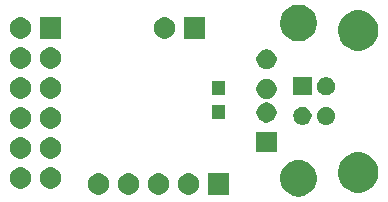
<source format=gbr>
%TF.GenerationSoftware,KiCad,Pcbnew,5.1.6-c6e7f7d~86~ubuntu18.04.1*%
%TF.CreationDate,2021-07-01T18:37:21-07:00*%
%TF.ProjectId,usb_combo_pmod,7573625f-636f-46d6-926f-5f706d6f642e,rev?*%
%TF.SameCoordinates,Original*%
%TF.FileFunction,Soldermask,Bot*%
%TF.FilePolarity,Negative*%
%FSLAX46Y46*%
G04 Gerber Fmt 4.6, Leading zero omitted, Abs format (unit mm)*
G04 Created by KiCad (PCBNEW 5.1.6-c6e7f7d~86~ubuntu18.04.1) date 2021-07-01 18:37:21*
%MOMM*%
%LPD*%
G01*
G04 APERTURE LIST*
%ADD10C,0.100000*%
G04 APERTURE END LIST*
D10*
G36*
X122900585Y-82320802D02*
G01*
X123050410Y-82350604D01*
X123332674Y-82467521D01*
X123586705Y-82637259D01*
X123802741Y-82853295D01*
X123972479Y-83107326D01*
X124089396Y-83389590D01*
X124149000Y-83689240D01*
X124149000Y-83994760D01*
X124089396Y-84294410D01*
X123972479Y-84576674D01*
X123802741Y-84830705D01*
X123586705Y-85046741D01*
X123332674Y-85216479D01*
X123050410Y-85333396D01*
X122900585Y-85363198D01*
X122750761Y-85393000D01*
X122445239Y-85393000D01*
X122295415Y-85363198D01*
X122145590Y-85333396D01*
X121863326Y-85216479D01*
X121609295Y-85046741D01*
X121393259Y-84830705D01*
X121223521Y-84576674D01*
X121106604Y-84294410D01*
X121047000Y-83994760D01*
X121047000Y-83689240D01*
X121106604Y-83389590D01*
X121223521Y-83107326D01*
X121393259Y-82853295D01*
X121609295Y-82637259D01*
X121863326Y-82467521D01*
X122145590Y-82350604D01*
X122295415Y-82320802D01*
X122445239Y-82291000D01*
X122750761Y-82291000D01*
X122900585Y-82320802D01*
G37*
G36*
X116725000Y-85229000D02*
G01*
X114923000Y-85229000D01*
X114923000Y-83427000D01*
X116725000Y-83427000D01*
X116725000Y-85229000D01*
G37*
G36*
X105777512Y-83431927D02*
G01*
X105926812Y-83461624D01*
X106090784Y-83529544D01*
X106238354Y-83628147D01*
X106363853Y-83753646D01*
X106462456Y-83901216D01*
X106530376Y-84065188D01*
X106565000Y-84239259D01*
X106565000Y-84416741D01*
X106530376Y-84590812D01*
X106462456Y-84754784D01*
X106363853Y-84902354D01*
X106238354Y-85027853D01*
X106090784Y-85126456D01*
X105926812Y-85194376D01*
X105777512Y-85224073D01*
X105752742Y-85229000D01*
X105575258Y-85229000D01*
X105550488Y-85224073D01*
X105401188Y-85194376D01*
X105237216Y-85126456D01*
X105089646Y-85027853D01*
X104964147Y-84902354D01*
X104865544Y-84754784D01*
X104797624Y-84590812D01*
X104763000Y-84416741D01*
X104763000Y-84239259D01*
X104797624Y-84065188D01*
X104865544Y-83901216D01*
X104964147Y-83753646D01*
X105089646Y-83628147D01*
X105237216Y-83529544D01*
X105401188Y-83461624D01*
X105550488Y-83431927D01*
X105575258Y-83427000D01*
X105752742Y-83427000D01*
X105777512Y-83431927D01*
G37*
G36*
X108317512Y-83431927D02*
G01*
X108466812Y-83461624D01*
X108630784Y-83529544D01*
X108778354Y-83628147D01*
X108903853Y-83753646D01*
X109002456Y-83901216D01*
X109070376Y-84065188D01*
X109105000Y-84239259D01*
X109105000Y-84416741D01*
X109070376Y-84590812D01*
X109002456Y-84754784D01*
X108903853Y-84902354D01*
X108778354Y-85027853D01*
X108630784Y-85126456D01*
X108466812Y-85194376D01*
X108317512Y-85224073D01*
X108292742Y-85229000D01*
X108115258Y-85229000D01*
X108090488Y-85224073D01*
X107941188Y-85194376D01*
X107777216Y-85126456D01*
X107629646Y-85027853D01*
X107504147Y-84902354D01*
X107405544Y-84754784D01*
X107337624Y-84590812D01*
X107303000Y-84416741D01*
X107303000Y-84239259D01*
X107337624Y-84065188D01*
X107405544Y-83901216D01*
X107504147Y-83753646D01*
X107629646Y-83628147D01*
X107777216Y-83529544D01*
X107941188Y-83461624D01*
X108090488Y-83431927D01*
X108115258Y-83427000D01*
X108292742Y-83427000D01*
X108317512Y-83431927D01*
G37*
G36*
X110857512Y-83431927D02*
G01*
X111006812Y-83461624D01*
X111170784Y-83529544D01*
X111318354Y-83628147D01*
X111443853Y-83753646D01*
X111542456Y-83901216D01*
X111610376Y-84065188D01*
X111645000Y-84239259D01*
X111645000Y-84416741D01*
X111610376Y-84590812D01*
X111542456Y-84754784D01*
X111443853Y-84902354D01*
X111318354Y-85027853D01*
X111170784Y-85126456D01*
X111006812Y-85194376D01*
X110857512Y-85224073D01*
X110832742Y-85229000D01*
X110655258Y-85229000D01*
X110630488Y-85224073D01*
X110481188Y-85194376D01*
X110317216Y-85126456D01*
X110169646Y-85027853D01*
X110044147Y-84902354D01*
X109945544Y-84754784D01*
X109877624Y-84590812D01*
X109843000Y-84416741D01*
X109843000Y-84239259D01*
X109877624Y-84065188D01*
X109945544Y-83901216D01*
X110044147Y-83753646D01*
X110169646Y-83628147D01*
X110317216Y-83529544D01*
X110481188Y-83461624D01*
X110630488Y-83431927D01*
X110655258Y-83427000D01*
X110832742Y-83427000D01*
X110857512Y-83431927D01*
G37*
G36*
X113397512Y-83431927D02*
G01*
X113546812Y-83461624D01*
X113710784Y-83529544D01*
X113858354Y-83628147D01*
X113983853Y-83753646D01*
X114082456Y-83901216D01*
X114150376Y-84065188D01*
X114185000Y-84239259D01*
X114185000Y-84416741D01*
X114150376Y-84590812D01*
X114082456Y-84754784D01*
X113983853Y-84902354D01*
X113858354Y-85027853D01*
X113710784Y-85126456D01*
X113546812Y-85194376D01*
X113397512Y-85224073D01*
X113372742Y-85229000D01*
X113195258Y-85229000D01*
X113170488Y-85224073D01*
X113021188Y-85194376D01*
X112857216Y-85126456D01*
X112709646Y-85027853D01*
X112584147Y-84902354D01*
X112485544Y-84754784D01*
X112417624Y-84590812D01*
X112383000Y-84416741D01*
X112383000Y-84239259D01*
X112417624Y-84065188D01*
X112485544Y-83901216D01*
X112584147Y-83753646D01*
X112709646Y-83628147D01*
X112857216Y-83529544D01*
X113021188Y-83461624D01*
X113170488Y-83431927D01*
X113195258Y-83427000D01*
X113372742Y-83427000D01*
X113397512Y-83431927D01*
G37*
G36*
X128144496Y-81719675D02*
G01*
X128455513Y-81848503D01*
X128455515Y-81848504D01*
X128735424Y-82035533D01*
X128973467Y-82273576D01*
X129160496Y-82553485D01*
X129160497Y-82553487D01*
X129289325Y-82864504D01*
X129355000Y-83194677D01*
X129355000Y-83531323D01*
X129289325Y-83861496D01*
X129160497Y-84172513D01*
X129160496Y-84172515D01*
X128973467Y-84452424D01*
X128735424Y-84690467D01*
X128455515Y-84877496D01*
X128455514Y-84877497D01*
X128455513Y-84877497D01*
X128144496Y-85006325D01*
X127814323Y-85072000D01*
X127477677Y-85072000D01*
X127147504Y-85006325D01*
X126836487Y-84877497D01*
X126836486Y-84877497D01*
X126836485Y-84877496D01*
X126556576Y-84690467D01*
X126318533Y-84452424D01*
X126131504Y-84172515D01*
X126131503Y-84172513D01*
X126002675Y-83861496D01*
X125937000Y-83531323D01*
X125937000Y-83194677D01*
X126002675Y-82864504D01*
X126131503Y-82553487D01*
X126131504Y-82553485D01*
X126318533Y-82273576D01*
X126556576Y-82035533D01*
X126836485Y-81848504D01*
X126836487Y-81848503D01*
X127147504Y-81719675D01*
X127477677Y-81654000D01*
X127814323Y-81654000D01*
X128144496Y-81719675D01*
G37*
G36*
X99173512Y-82923927D02*
G01*
X99322812Y-82953624D01*
X99486784Y-83021544D01*
X99634354Y-83120147D01*
X99759853Y-83245646D01*
X99858456Y-83393216D01*
X99926376Y-83557188D01*
X99961000Y-83731259D01*
X99961000Y-83908741D01*
X99926376Y-84082812D01*
X99858456Y-84246784D01*
X99759853Y-84394354D01*
X99634354Y-84519853D01*
X99486784Y-84618456D01*
X99322812Y-84686376D01*
X99173512Y-84716073D01*
X99148742Y-84721000D01*
X98971258Y-84721000D01*
X98946488Y-84716073D01*
X98797188Y-84686376D01*
X98633216Y-84618456D01*
X98485646Y-84519853D01*
X98360147Y-84394354D01*
X98261544Y-84246784D01*
X98193624Y-84082812D01*
X98159000Y-83908741D01*
X98159000Y-83731259D01*
X98193624Y-83557188D01*
X98261544Y-83393216D01*
X98360147Y-83245646D01*
X98485646Y-83120147D01*
X98633216Y-83021544D01*
X98797188Y-82953624D01*
X98946488Y-82923927D01*
X98971258Y-82919000D01*
X99148742Y-82919000D01*
X99173512Y-82923927D01*
G37*
G36*
X101713512Y-82923927D02*
G01*
X101862812Y-82953624D01*
X102026784Y-83021544D01*
X102174354Y-83120147D01*
X102299853Y-83245646D01*
X102398456Y-83393216D01*
X102466376Y-83557188D01*
X102501000Y-83731259D01*
X102501000Y-83908741D01*
X102466376Y-84082812D01*
X102398456Y-84246784D01*
X102299853Y-84394354D01*
X102174354Y-84519853D01*
X102026784Y-84618456D01*
X101862812Y-84686376D01*
X101713512Y-84716073D01*
X101688742Y-84721000D01*
X101511258Y-84721000D01*
X101486488Y-84716073D01*
X101337188Y-84686376D01*
X101173216Y-84618456D01*
X101025646Y-84519853D01*
X100900147Y-84394354D01*
X100801544Y-84246784D01*
X100733624Y-84082812D01*
X100699000Y-83908741D01*
X100699000Y-83731259D01*
X100733624Y-83557188D01*
X100801544Y-83393216D01*
X100900147Y-83245646D01*
X101025646Y-83120147D01*
X101173216Y-83021544D01*
X101337188Y-82953624D01*
X101486488Y-82923927D01*
X101511258Y-82919000D01*
X101688742Y-82919000D01*
X101713512Y-82923927D01*
G37*
G36*
X99173512Y-80383927D02*
G01*
X99322812Y-80413624D01*
X99486784Y-80481544D01*
X99634354Y-80580147D01*
X99759853Y-80705646D01*
X99858456Y-80853216D01*
X99926376Y-81017188D01*
X99961000Y-81191259D01*
X99961000Y-81368741D01*
X99926376Y-81542812D01*
X99858456Y-81706784D01*
X99759853Y-81854354D01*
X99634354Y-81979853D01*
X99486784Y-82078456D01*
X99322812Y-82146376D01*
X99173512Y-82176073D01*
X99148742Y-82181000D01*
X98971258Y-82181000D01*
X98946488Y-82176073D01*
X98797188Y-82146376D01*
X98633216Y-82078456D01*
X98485646Y-81979853D01*
X98360147Y-81854354D01*
X98261544Y-81706784D01*
X98193624Y-81542812D01*
X98159000Y-81368741D01*
X98159000Y-81191259D01*
X98193624Y-81017188D01*
X98261544Y-80853216D01*
X98360147Y-80705646D01*
X98485646Y-80580147D01*
X98633216Y-80481544D01*
X98797188Y-80413624D01*
X98946488Y-80383927D01*
X98971258Y-80379000D01*
X99148742Y-80379000D01*
X99173512Y-80383927D01*
G37*
G36*
X101713512Y-80383927D02*
G01*
X101862812Y-80413624D01*
X102026784Y-80481544D01*
X102174354Y-80580147D01*
X102299853Y-80705646D01*
X102398456Y-80853216D01*
X102466376Y-81017188D01*
X102501000Y-81191259D01*
X102501000Y-81368741D01*
X102466376Y-81542812D01*
X102398456Y-81706784D01*
X102299853Y-81854354D01*
X102174354Y-81979853D01*
X102026784Y-82078456D01*
X101862812Y-82146376D01*
X101713512Y-82176073D01*
X101688742Y-82181000D01*
X101511258Y-82181000D01*
X101486488Y-82176073D01*
X101337188Y-82146376D01*
X101173216Y-82078456D01*
X101025646Y-81979853D01*
X100900147Y-81854354D01*
X100801544Y-81706784D01*
X100733624Y-81542812D01*
X100699000Y-81368741D01*
X100699000Y-81191259D01*
X100733624Y-81017188D01*
X100801544Y-80853216D01*
X100900147Y-80705646D01*
X101025646Y-80580147D01*
X101173216Y-80481544D01*
X101337188Y-80413624D01*
X101486488Y-80383927D01*
X101511258Y-80379000D01*
X101688742Y-80379000D01*
X101713512Y-80383927D01*
G37*
G36*
X120739000Y-81623000D02*
G01*
X119037000Y-81623000D01*
X119037000Y-79921000D01*
X120739000Y-79921000D01*
X120739000Y-81623000D01*
G37*
G36*
X101713512Y-77843927D02*
G01*
X101862812Y-77873624D01*
X102026784Y-77941544D01*
X102174354Y-78040147D01*
X102299853Y-78165646D01*
X102398456Y-78313216D01*
X102466376Y-78477188D01*
X102501000Y-78651259D01*
X102501000Y-78828741D01*
X102466376Y-79002812D01*
X102398456Y-79166784D01*
X102299853Y-79314354D01*
X102174354Y-79439853D01*
X102026784Y-79538456D01*
X101862812Y-79606376D01*
X101713512Y-79636073D01*
X101688742Y-79641000D01*
X101511258Y-79641000D01*
X101486488Y-79636073D01*
X101337188Y-79606376D01*
X101173216Y-79538456D01*
X101025646Y-79439853D01*
X100900147Y-79314354D01*
X100801544Y-79166784D01*
X100733624Y-79002812D01*
X100699000Y-78828741D01*
X100699000Y-78651259D01*
X100733624Y-78477188D01*
X100801544Y-78313216D01*
X100900147Y-78165646D01*
X101025646Y-78040147D01*
X101173216Y-77941544D01*
X101337188Y-77873624D01*
X101486488Y-77843927D01*
X101511258Y-77839000D01*
X101688742Y-77839000D01*
X101713512Y-77843927D01*
G37*
G36*
X99173512Y-77843927D02*
G01*
X99322812Y-77873624D01*
X99486784Y-77941544D01*
X99634354Y-78040147D01*
X99759853Y-78165646D01*
X99858456Y-78313216D01*
X99926376Y-78477188D01*
X99961000Y-78651259D01*
X99961000Y-78828741D01*
X99926376Y-79002812D01*
X99858456Y-79166784D01*
X99759853Y-79314354D01*
X99634354Y-79439853D01*
X99486784Y-79538456D01*
X99322812Y-79606376D01*
X99173512Y-79636073D01*
X99148742Y-79641000D01*
X98971258Y-79641000D01*
X98946488Y-79636073D01*
X98797188Y-79606376D01*
X98633216Y-79538456D01*
X98485646Y-79439853D01*
X98360147Y-79314354D01*
X98261544Y-79166784D01*
X98193624Y-79002812D01*
X98159000Y-78828741D01*
X98159000Y-78651259D01*
X98193624Y-78477188D01*
X98261544Y-78313216D01*
X98360147Y-78165646D01*
X98485646Y-78040147D01*
X98633216Y-77941544D01*
X98797188Y-77873624D01*
X98946488Y-77843927D01*
X98971258Y-77839000D01*
X99148742Y-77839000D01*
X99173512Y-77843927D01*
G37*
G36*
X125085244Y-77802699D02*
G01*
X125159142Y-77817398D01*
X125298364Y-77875065D01*
X125423659Y-77958785D01*
X125530215Y-78065341D01*
X125613935Y-78190636D01*
X125671602Y-78329858D01*
X125671602Y-78329859D01*
X125701000Y-78477653D01*
X125701000Y-78628347D01*
X125691701Y-78675097D01*
X125671602Y-78776142D01*
X125613935Y-78915364D01*
X125530215Y-79040659D01*
X125423659Y-79147215D01*
X125298364Y-79230935D01*
X125159142Y-79288602D01*
X125085244Y-79303301D01*
X125011347Y-79318000D01*
X124860653Y-79318000D01*
X124786756Y-79303301D01*
X124712858Y-79288602D01*
X124573636Y-79230935D01*
X124448341Y-79147215D01*
X124341785Y-79040659D01*
X124258065Y-78915364D01*
X124200398Y-78776142D01*
X124180299Y-78675097D01*
X124171000Y-78628347D01*
X124171000Y-78477653D01*
X124200398Y-78329859D01*
X124200398Y-78329858D01*
X124258065Y-78190636D01*
X124341785Y-78065341D01*
X124448341Y-77958785D01*
X124573636Y-77875065D01*
X124712858Y-77817398D01*
X124786756Y-77802699D01*
X124860653Y-77788000D01*
X125011347Y-77788000D01*
X125085244Y-77802699D01*
G37*
G36*
X123085244Y-77802699D02*
G01*
X123159142Y-77817398D01*
X123298364Y-77875065D01*
X123423659Y-77958785D01*
X123530215Y-78065341D01*
X123613935Y-78190636D01*
X123671602Y-78329858D01*
X123671602Y-78329859D01*
X123701000Y-78477653D01*
X123701000Y-78628347D01*
X123691701Y-78675097D01*
X123671602Y-78776142D01*
X123613935Y-78915364D01*
X123530215Y-79040659D01*
X123423659Y-79147215D01*
X123298364Y-79230935D01*
X123159142Y-79288602D01*
X123085244Y-79303301D01*
X123011347Y-79318000D01*
X122860653Y-79318000D01*
X122786756Y-79303301D01*
X122712858Y-79288602D01*
X122573636Y-79230935D01*
X122448341Y-79147215D01*
X122341785Y-79040659D01*
X122258065Y-78915364D01*
X122200398Y-78776142D01*
X122180299Y-78675097D01*
X122171000Y-78628347D01*
X122171000Y-78477653D01*
X122200398Y-78329859D01*
X122200398Y-78329858D01*
X122258065Y-78190636D01*
X122341785Y-78065341D01*
X122448341Y-77958785D01*
X122573636Y-77875065D01*
X122712858Y-77817398D01*
X122786756Y-77802699D01*
X122860653Y-77788000D01*
X123011347Y-77788000D01*
X123085244Y-77802699D01*
G37*
G36*
X120136228Y-77453703D02*
G01*
X120291100Y-77517853D01*
X120430481Y-77610985D01*
X120549015Y-77729519D01*
X120642147Y-77868900D01*
X120706297Y-78023772D01*
X120739000Y-78188184D01*
X120739000Y-78355816D01*
X120706297Y-78520228D01*
X120642147Y-78675100D01*
X120549015Y-78814481D01*
X120430481Y-78933015D01*
X120291100Y-79026147D01*
X120136228Y-79090297D01*
X119971816Y-79123000D01*
X119804184Y-79123000D01*
X119639772Y-79090297D01*
X119484900Y-79026147D01*
X119345519Y-78933015D01*
X119226985Y-78814481D01*
X119133853Y-78675100D01*
X119069703Y-78520228D01*
X119037000Y-78355816D01*
X119037000Y-78188184D01*
X119069703Y-78023772D01*
X119133853Y-77868900D01*
X119226985Y-77729519D01*
X119345519Y-77610985D01*
X119484900Y-77517853D01*
X119639772Y-77453703D01*
X119804184Y-77421000D01*
X119971816Y-77421000D01*
X120136228Y-77453703D01*
G37*
G36*
X116375000Y-78783000D02*
G01*
X115273000Y-78783000D01*
X115273000Y-77681000D01*
X116375000Y-77681000D01*
X116375000Y-78783000D01*
G37*
G36*
X120136228Y-75453703D02*
G01*
X120291100Y-75517853D01*
X120430481Y-75610985D01*
X120549015Y-75729519D01*
X120642147Y-75868900D01*
X120706297Y-76023772D01*
X120739000Y-76188184D01*
X120739000Y-76355816D01*
X120706297Y-76520228D01*
X120642147Y-76675100D01*
X120549015Y-76814481D01*
X120430481Y-76933015D01*
X120291100Y-77026147D01*
X120136228Y-77090297D01*
X119971816Y-77123000D01*
X119804184Y-77123000D01*
X119639772Y-77090297D01*
X119484900Y-77026147D01*
X119345519Y-76933015D01*
X119226985Y-76814481D01*
X119133853Y-76675100D01*
X119069703Y-76520228D01*
X119037000Y-76355816D01*
X119037000Y-76188184D01*
X119069703Y-76023772D01*
X119133853Y-75868900D01*
X119226985Y-75729519D01*
X119345519Y-75610985D01*
X119484900Y-75517853D01*
X119639772Y-75453703D01*
X119804184Y-75421000D01*
X119971816Y-75421000D01*
X120136228Y-75453703D01*
G37*
G36*
X99173512Y-75303927D02*
G01*
X99322812Y-75333624D01*
X99486784Y-75401544D01*
X99634354Y-75500147D01*
X99759853Y-75625646D01*
X99858456Y-75773216D01*
X99926376Y-75937188D01*
X99961000Y-76111259D01*
X99961000Y-76288741D01*
X99926376Y-76462812D01*
X99858456Y-76626784D01*
X99759853Y-76774354D01*
X99634354Y-76899853D01*
X99486784Y-76998456D01*
X99322812Y-77066376D01*
X99173512Y-77096073D01*
X99148742Y-77101000D01*
X98971258Y-77101000D01*
X98946488Y-77096073D01*
X98797188Y-77066376D01*
X98633216Y-76998456D01*
X98485646Y-76899853D01*
X98360147Y-76774354D01*
X98261544Y-76626784D01*
X98193624Y-76462812D01*
X98159000Y-76288741D01*
X98159000Y-76111259D01*
X98193624Y-75937188D01*
X98261544Y-75773216D01*
X98360147Y-75625646D01*
X98485646Y-75500147D01*
X98633216Y-75401544D01*
X98797188Y-75333624D01*
X98946488Y-75303927D01*
X98971258Y-75299000D01*
X99148742Y-75299000D01*
X99173512Y-75303927D01*
G37*
G36*
X101713512Y-75303927D02*
G01*
X101862812Y-75333624D01*
X102026784Y-75401544D01*
X102174354Y-75500147D01*
X102299853Y-75625646D01*
X102398456Y-75773216D01*
X102466376Y-75937188D01*
X102501000Y-76111259D01*
X102501000Y-76288741D01*
X102466376Y-76462812D01*
X102398456Y-76626784D01*
X102299853Y-76774354D01*
X102174354Y-76899853D01*
X102026784Y-76998456D01*
X101862812Y-77066376D01*
X101713512Y-77096073D01*
X101688742Y-77101000D01*
X101511258Y-77101000D01*
X101486488Y-77096073D01*
X101337188Y-77066376D01*
X101173216Y-76998456D01*
X101025646Y-76899853D01*
X100900147Y-76774354D01*
X100801544Y-76626784D01*
X100733624Y-76462812D01*
X100699000Y-76288741D01*
X100699000Y-76111259D01*
X100733624Y-75937188D01*
X100801544Y-75773216D01*
X100900147Y-75625646D01*
X101025646Y-75500147D01*
X101173216Y-75401544D01*
X101337188Y-75333624D01*
X101486488Y-75303927D01*
X101511258Y-75299000D01*
X101688742Y-75299000D01*
X101713512Y-75303927D01*
G37*
G36*
X125066648Y-75299000D02*
G01*
X125159142Y-75317398D01*
X125298364Y-75375065D01*
X125423659Y-75458785D01*
X125530215Y-75565341D01*
X125613935Y-75690636D01*
X125671602Y-75829858D01*
X125671602Y-75829859D01*
X125701000Y-75977653D01*
X125701000Y-76128347D01*
X125686301Y-76202244D01*
X125671602Y-76276142D01*
X125613935Y-76415364D01*
X125530215Y-76540659D01*
X125423659Y-76647215D01*
X125298364Y-76730935D01*
X125159142Y-76788602D01*
X125085244Y-76803301D01*
X125011347Y-76818000D01*
X124860653Y-76818000D01*
X124786756Y-76803301D01*
X124712858Y-76788602D01*
X124573636Y-76730935D01*
X124448341Y-76647215D01*
X124341785Y-76540659D01*
X124258065Y-76415364D01*
X124200398Y-76276142D01*
X124185699Y-76202244D01*
X124171000Y-76128347D01*
X124171000Y-75977653D01*
X124200398Y-75829859D01*
X124200398Y-75829858D01*
X124258065Y-75690636D01*
X124341785Y-75565341D01*
X124448341Y-75458785D01*
X124573636Y-75375065D01*
X124712858Y-75317398D01*
X124805352Y-75299000D01*
X124860653Y-75288000D01*
X125011347Y-75288000D01*
X125066648Y-75299000D01*
G37*
G36*
X123701000Y-76818000D02*
G01*
X122171000Y-76818000D01*
X122171000Y-75288000D01*
X123701000Y-75288000D01*
X123701000Y-76818000D01*
G37*
G36*
X116375000Y-76751000D02*
G01*
X115273000Y-76751000D01*
X115273000Y-75649000D01*
X116375000Y-75649000D01*
X116375000Y-76751000D01*
G37*
G36*
X120136228Y-72953703D02*
G01*
X120291100Y-73017853D01*
X120430481Y-73110985D01*
X120549015Y-73229519D01*
X120642147Y-73368900D01*
X120706297Y-73523772D01*
X120739000Y-73688184D01*
X120739000Y-73855816D01*
X120706297Y-74020228D01*
X120642147Y-74175100D01*
X120549015Y-74314481D01*
X120430481Y-74433015D01*
X120291100Y-74526147D01*
X120136228Y-74590297D01*
X119971816Y-74623000D01*
X119804184Y-74623000D01*
X119639772Y-74590297D01*
X119484900Y-74526147D01*
X119345519Y-74433015D01*
X119226985Y-74314481D01*
X119133853Y-74175100D01*
X119069703Y-74020228D01*
X119037000Y-73855816D01*
X119037000Y-73688184D01*
X119069703Y-73523772D01*
X119133853Y-73368900D01*
X119226985Y-73229519D01*
X119345519Y-73110985D01*
X119484900Y-73017853D01*
X119639772Y-72953703D01*
X119804184Y-72921000D01*
X119971816Y-72921000D01*
X120136228Y-72953703D01*
G37*
G36*
X101713512Y-72763927D02*
G01*
X101862812Y-72793624D01*
X102026784Y-72861544D01*
X102174354Y-72960147D01*
X102299853Y-73085646D01*
X102398456Y-73233216D01*
X102466376Y-73397188D01*
X102501000Y-73571259D01*
X102501000Y-73748741D01*
X102466376Y-73922812D01*
X102398456Y-74086784D01*
X102299853Y-74234354D01*
X102174354Y-74359853D01*
X102026784Y-74458456D01*
X101862812Y-74526376D01*
X101713512Y-74556073D01*
X101688742Y-74561000D01*
X101511258Y-74561000D01*
X101486488Y-74556073D01*
X101337188Y-74526376D01*
X101173216Y-74458456D01*
X101025646Y-74359853D01*
X100900147Y-74234354D01*
X100801544Y-74086784D01*
X100733624Y-73922812D01*
X100699000Y-73748741D01*
X100699000Y-73571259D01*
X100733624Y-73397188D01*
X100801544Y-73233216D01*
X100900147Y-73085646D01*
X101025646Y-72960147D01*
X101173216Y-72861544D01*
X101337188Y-72793624D01*
X101486488Y-72763927D01*
X101511258Y-72759000D01*
X101688742Y-72759000D01*
X101713512Y-72763927D01*
G37*
G36*
X99173512Y-72763927D02*
G01*
X99322812Y-72793624D01*
X99486784Y-72861544D01*
X99634354Y-72960147D01*
X99759853Y-73085646D01*
X99858456Y-73233216D01*
X99926376Y-73397188D01*
X99961000Y-73571259D01*
X99961000Y-73748741D01*
X99926376Y-73922812D01*
X99858456Y-74086784D01*
X99759853Y-74234354D01*
X99634354Y-74359853D01*
X99486784Y-74458456D01*
X99322812Y-74526376D01*
X99173512Y-74556073D01*
X99148742Y-74561000D01*
X98971258Y-74561000D01*
X98946488Y-74556073D01*
X98797188Y-74526376D01*
X98633216Y-74458456D01*
X98485646Y-74359853D01*
X98360147Y-74234354D01*
X98261544Y-74086784D01*
X98193624Y-73922812D01*
X98159000Y-73748741D01*
X98159000Y-73571259D01*
X98193624Y-73397188D01*
X98261544Y-73233216D01*
X98360147Y-73085646D01*
X98485646Y-72960147D01*
X98633216Y-72861544D01*
X98797188Y-72793624D01*
X98946488Y-72763927D01*
X98971258Y-72759000D01*
X99148742Y-72759000D01*
X99173512Y-72763927D01*
G37*
G36*
X128144496Y-69679675D02*
G01*
X128455513Y-69808503D01*
X128455515Y-69808504D01*
X128735424Y-69995533D01*
X128973467Y-70233576D01*
X129098130Y-70420148D01*
X129160497Y-70513487D01*
X129289325Y-70824504D01*
X129355000Y-71154677D01*
X129355000Y-71491323D01*
X129289325Y-71821496D01*
X129221029Y-71986376D01*
X129160496Y-72132515D01*
X128973467Y-72412424D01*
X128735424Y-72650467D01*
X128455515Y-72837496D01*
X128455514Y-72837497D01*
X128455513Y-72837497D01*
X128144496Y-72966325D01*
X127814323Y-73032000D01*
X127477677Y-73032000D01*
X127147504Y-72966325D01*
X126836487Y-72837497D01*
X126836486Y-72837497D01*
X126836485Y-72837496D01*
X126556576Y-72650467D01*
X126318533Y-72412424D01*
X126131504Y-72132515D01*
X126070971Y-71986376D01*
X126002675Y-71821496D01*
X125937000Y-71491323D01*
X125937000Y-71154677D01*
X126002675Y-70824504D01*
X126131503Y-70513487D01*
X126193870Y-70420148D01*
X126318533Y-70233576D01*
X126556576Y-69995533D01*
X126836485Y-69808504D01*
X126836487Y-69808503D01*
X127147504Y-69679675D01*
X127477677Y-69614000D01*
X127814323Y-69614000D01*
X128144496Y-69679675D01*
G37*
G36*
X122900585Y-69180802D02*
G01*
X123050410Y-69210604D01*
X123332674Y-69327521D01*
X123586705Y-69497259D01*
X123802741Y-69713295D01*
X123972479Y-69967326D01*
X124089396Y-70249590D01*
X124119198Y-70399415D01*
X124148286Y-70545647D01*
X124149000Y-70549240D01*
X124149000Y-70854760D01*
X124089396Y-71154410D01*
X123972479Y-71436674D01*
X123802741Y-71690705D01*
X123586705Y-71906741D01*
X123332674Y-72076479D01*
X123050410Y-72193396D01*
X122900585Y-72223198D01*
X122750761Y-72253000D01*
X122445239Y-72253000D01*
X122295415Y-72223198D01*
X122145590Y-72193396D01*
X121863326Y-72076479D01*
X121609295Y-71906741D01*
X121393259Y-71690705D01*
X121223521Y-71436674D01*
X121106604Y-71154410D01*
X121047000Y-70854760D01*
X121047000Y-70549240D01*
X121047715Y-70545647D01*
X121076802Y-70399415D01*
X121106604Y-70249590D01*
X121223521Y-69967326D01*
X121393259Y-69713295D01*
X121609295Y-69497259D01*
X121863326Y-69327521D01*
X122145590Y-69210604D01*
X122295415Y-69180802D01*
X122445239Y-69151000D01*
X122750761Y-69151000D01*
X122900585Y-69180802D01*
G37*
G36*
X99173512Y-70223927D02*
G01*
X99322812Y-70253624D01*
X99486784Y-70321544D01*
X99634354Y-70420147D01*
X99759853Y-70545646D01*
X99858456Y-70693216D01*
X99926376Y-70857188D01*
X99961000Y-71031259D01*
X99961000Y-71208741D01*
X99926376Y-71382812D01*
X99858456Y-71546784D01*
X99759853Y-71694354D01*
X99634354Y-71819853D01*
X99486784Y-71918456D01*
X99322812Y-71986376D01*
X99173512Y-72016073D01*
X99148742Y-72021000D01*
X98971258Y-72021000D01*
X98946488Y-72016073D01*
X98797188Y-71986376D01*
X98633216Y-71918456D01*
X98485646Y-71819853D01*
X98360147Y-71694354D01*
X98261544Y-71546784D01*
X98193624Y-71382812D01*
X98159000Y-71208741D01*
X98159000Y-71031259D01*
X98193624Y-70857188D01*
X98261544Y-70693216D01*
X98360147Y-70545646D01*
X98485646Y-70420147D01*
X98633216Y-70321544D01*
X98797188Y-70253624D01*
X98946488Y-70223927D01*
X98971258Y-70219000D01*
X99148742Y-70219000D01*
X99173512Y-70223927D01*
G37*
G36*
X111365512Y-70223927D02*
G01*
X111514812Y-70253624D01*
X111678784Y-70321544D01*
X111826354Y-70420147D01*
X111951853Y-70545646D01*
X112050456Y-70693216D01*
X112118376Y-70857188D01*
X112153000Y-71031259D01*
X112153000Y-71208741D01*
X112118376Y-71382812D01*
X112050456Y-71546784D01*
X111951853Y-71694354D01*
X111826354Y-71819853D01*
X111678784Y-71918456D01*
X111514812Y-71986376D01*
X111365512Y-72016073D01*
X111340742Y-72021000D01*
X111163258Y-72021000D01*
X111138488Y-72016073D01*
X110989188Y-71986376D01*
X110825216Y-71918456D01*
X110677646Y-71819853D01*
X110552147Y-71694354D01*
X110453544Y-71546784D01*
X110385624Y-71382812D01*
X110351000Y-71208741D01*
X110351000Y-71031259D01*
X110385624Y-70857188D01*
X110453544Y-70693216D01*
X110552147Y-70545646D01*
X110677646Y-70420147D01*
X110825216Y-70321544D01*
X110989188Y-70253624D01*
X111138488Y-70223927D01*
X111163258Y-70219000D01*
X111340742Y-70219000D01*
X111365512Y-70223927D01*
G37*
G36*
X114693000Y-72021000D02*
G01*
X112891000Y-72021000D01*
X112891000Y-70219000D01*
X114693000Y-70219000D01*
X114693000Y-72021000D01*
G37*
G36*
X102501000Y-72021000D02*
G01*
X100699000Y-72021000D01*
X100699000Y-70219000D01*
X102501000Y-70219000D01*
X102501000Y-72021000D01*
G37*
M02*

</source>
